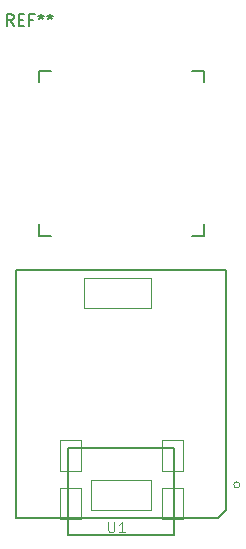
<source format=gbr>
%TF.GenerationSoftware,KiCad,Pcbnew,(5.1.6-0-10_14)*%
%TF.CreationDate,2021-03-26T09:45:15+01:00*%
%TF.ProjectId,KBPY,4b425059-2e6b-4696-9361-645f70636258,rev?*%
%TF.SameCoordinates,Original*%
%TF.FileFunction,Legend,Top*%
%TF.FilePolarity,Positive*%
%FSLAX46Y46*%
G04 Gerber Fmt 4.6, Leading zero omitted, Abs format (unit mm)*
G04 Created by KiCad (PCBNEW (5.1.6-0-10_14)) date 2021-03-26 09:45:15*
%MOMM*%
%LPD*%
G01*
G04 APERTURE LIST*
%ADD10C,0.150000*%
%ADD11C,0.066040*%
%ADD12C,0.127000*%
%ADD13C,0.100000*%
%ADD14C,0.101600*%
G04 APERTURE END LIST*
D10*
%TO.C,SW1*%
X117880000Y-87810000D02*
X117880000Y-86810000D01*
X117880000Y-100810000D02*
X118880000Y-100810000D01*
X118880000Y-86810000D02*
X117880000Y-86810000D01*
X117880000Y-100810000D02*
X117880000Y-99810000D01*
X131880000Y-99810000D02*
X131880000Y-100810000D01*
X131880000Y-86810000D02*
X130880000Y-86810000D01*
X130880000Y-100810000D02*
X131880000Y-100810000D01*
X131880000Y-86810000D02*
X131880000Y-87810000D01*
D11*
%TO.C,U1*%
X127400000Y-121500000D02*
X122320000Y-121500000D01*
X122320000Y-121500000D02*
X122320000Y-124040000D01*
X127400000Y-124040000D02*
X122320000Y-124040000D01*
X127400000Y-121500000D02*
X127400000Y-124040000D01*
X127400000Y-104355000D02*
X121685000Y-104355000D01*
X121685000Y-104355000D02*
X121685000Y-106895000D01*
X127400000Y-106895000D02*
X121685000Y-106895000D01*
X127400000Y-104355000D02*
X127400000Y-106895000D01*
X130067000Y-122135000D02*
X128289000Y-122135000D01*
X128289000Y-122135000D02*
X128289000Y-124802000D01*
X130067000Y-124802000D02*
X128289000Y-124802000D01*
X130067000Y-122135000D02*
X130067000Y-124802000D01*
X130067000Y-118068460D02*
X128289000Y-118068460D01*
X128289000Y-118068460D02*
X128289000Y-120738000D01*
X130067000Y-120738000D02*
X128289000Y-120738000D01*
X130067000Y-118068460D02*
X130067000Y-120738000D01*
X121431000Y-118068460D02*
X119653000Y-118068460D01*
X119653000Y-118068460D02*
X119653000Y-120738000D01*
X121431000Y-120738000D02*
X119653000Y-120738000D01*
X121431000Y-118068460D02*
X121431000Y-120738000D01*
X121431000Y-122135000D02*
X119653000Y-122135000D01*
X119653000Y-122135000D02*
X119653000Y-124802000D01*
X121431000Y-124802000D02*
X119653000Y-124802000D01*
X121431000Y-122135000D02*
X121431000Y-124802000D01*
D12*
X133750000Y-103720000D02*
X115952220Y-103720000D01*
X115952220Y-103720000D02*
X115952220Y-124718180D01*
X115952220Y-124718180D02*
X133079440Y-124718180D01*
X133079440Y-124718180D02*
X133750000Y-124047620D01*
X133750000Y-124047620D02*
X133750000Y-103720000D01*
X129350720Y-126143120D02*
X120356580Y-126143120D01*
X120356580Y-126143120D02*
X120356580Y-118789820D01*
X120356580Y-118789820D02*
X129355800Y-118789820D01*
X129355800Y-118789820D02*
X129355800Y-126143120D01*
D13*
X134893000Y-121881000D02*
G75*
G03*
X134893000Y-121881000I-254000J0D01*
G01*
%TO.C,REF\u002A\u002A*%
D10*
X115736666Y-83022380D02*
X115403333Y-82546190D01*
X115165238Y-83022380D02*
X115165238Y-82022380D01*
X115546190Y-82022380D01*
X115641428Y-82070000D01*
X115689047Y-82117619D01*
X115736666Y-82212857D01*
X115736666Y-82355714D01*
X115689047Y-82450952D01*
X115641428Y-82498571D01*
X115546190Y-82546190D01*
X115165238Y-82546190D01*
X116165238Y-82498571D02*
X116498571Y-82498571D01*
X116641428Y-83022380D02*
X116165238Y-83022380D01*
X116165238Y-82022380D01*
X116641428Y-82022380D01*
X117403333Y-82498571D02*
X117070000Y-82498571D01*
X117070000Y-83022380D02*
X117070000Y-82022380D01*
X117546190Y-82022380D01*
X118070000Y-82022380D02*
X118070000Y-82260476D01*
X117831904Y-82165238D02*
X118070000Y-82260476D01*
X118308095Y-82165238D01*
X117927142Y-82450952D02*
X118070000Y-82260476D01*
X118212857Y-82450952D01*
X118831904Y-82022380D02*
X118831904Y-82260476D01*
X118593809Y-82165238D02*
X118831904Y-82260476D01*
X119070000Y-82165238D01*
X118689047Y-82450952D02*
X118831904Y-82260476D01*
X118974761Y-82450952D01*
%TO.C,U1*%
D14*
X123738166Y-125013666D02*
X123738166Y-125733333D01*
X123780500Y-125818000D01*
X123822833Y-125860333D01*
X123907500Y-125902666D01*
X124076833Y-125902666D01*
X124161500Y-125860333D01*
X124203833Y-125818000D01*
X124246166Y-125733333D01*
X124246166Y-125013666D01*
X125135166Y-125902666D02*
X124627166Y-125902666D01*
X124881166Y-125902666D02*
X124881166Y-125013666D01*
X124796500Y-125140666D01*
X124711833Y-125225333D01*
X124627166Y-125267666D01*
%TD*%
M02*

</source>
